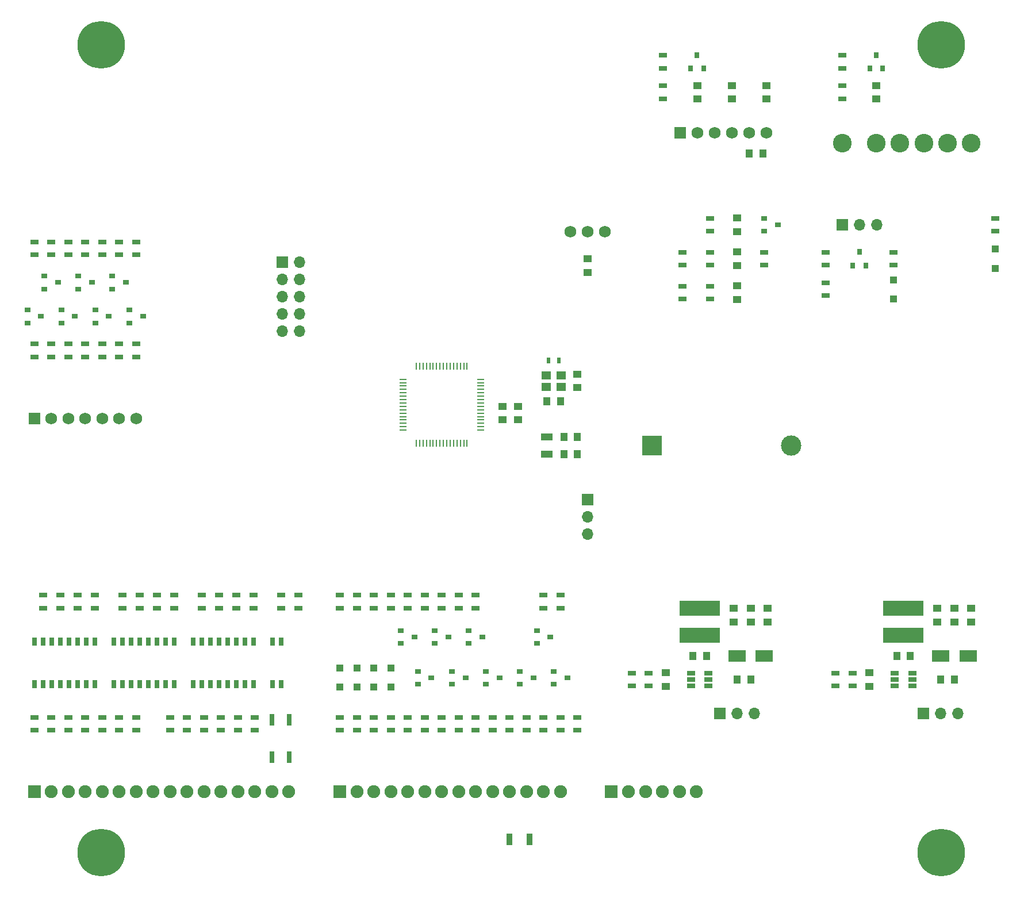
<source format=gts>
%TF.GenerationSoftware,KiCad,Pcbnew,(5.1.7)-1*%
%TF.CreationDate,2021-11-13T22:00:46+01:00*%
%TF.ProjectId,synthesizer-board,73796e74-6865-4736-997a-65722d626f61,rev?*%
%TF.SameCoordinates,Original*%
%TF.FileFunction,Soldermask,Top*%
%TF.FilePolarity,Negative*%
%FSLAX46Y46*%
G04 Gerber Fmt 4.6, Leading zero omitted, Abs format (unit mm)*
G04 Created by KiCad (PCBNEW (5.1.7)-1) date 2021-11-13 22:00:46*
%MOMM*%
%LPD*%
G01*
G04 APERTURE LIST*
%ADD10R,1.250000X1.000000*%
%ADD11R,1.300000X0.700000*%
%ADD12R,0.900000X0.800000*%
%ADD13R,0.900000X1.700000*%
%ADD14R,1.700000X1.700000*%
%ADD15O,1.700000X1.700000*%
%ADD16R,1.220000X0.650000*%
%ADD17R,5.900000X2.200000*%
%ADD18R,2.500000X1.800000*%
%ADD19R,1.000000X1.250000*%
%ADD20R,1.000000X0.250000*%
%ADD21R,0.250000X1.000000*%
%ADD22R,1.100000X1.100000*%
%ADD23R,1.750000X1.750000*%
%ADD24C,1.750000*%
%ADD25R,1.400000X1.200000*%
%ADD26R,0.500000X0.900000*%
%ADD27R,1.800000X1.000000*%
%ADD28C,3.000000*%
%ADD29R,3.000000X3.000000*%
%ADD30C,1.900000*%
%ADD31R,1.900000X1.900000*%
%ADD32R,0.800000X1.300000*%
%ADD33R,0.800000X1.750000*%
%ADD34C,2.750000*%
%ADD35R,0.800000X0.900000*%
%ADD36C,7.000000*%
G04 APERTURE END LIST*
D10*
X202000000Y-130500000D03*
X202000000Y-132500000D03*
X172000000Y-130500000D03*
X172000000Y-132500000D03*
D11*
X154000000Y-120950000D03*
X154000000Y-119050000D03*
D12*
X153000000Y-124250000D03*
X153000000Y-126150000D03*
X155000000Y-125200000D03*
D13*
X149000000Y-155000000D03*
X151900000Y-155000000D03*
D11*
X174500000Y-70450000D03*
X174500000Y-68550000D03*
X174500000Y-75450000D03*
X174500000Y-73550000D03*
D14*
X179960000Y-136500000D03*
D15*
X182500000Y-136500000D03*
X185040000Y-136500000D03*
D14*
X209960000Y-136500000D03*
D15*
X212500000Y-136500000D03*
X215040000Y-136500000D03*
D16*
X175690000Y-130550000D03*
X175690000Y-131500000D03*
X175690000Y-132450000D03*
X178310000Y-132450000D03*
X178310000Y-131500000D03*
X178310000Y-130550000D03*
D11*
X167000000Y-132450000D03*
X167000000Y-130550000D03*
X169500000Y-130550000D03*
X169500000Y-132450000D03*
D17*
X177000000Y-125000000D03*
X177000000Y-121000000D03*
D18*
X182500000Y-128000000D03*
X186500000Y-128000000D03*
D10*
X187000000Y-121000000D03*
X187000000Y-123000000D03*
X184500000Y-121000000D03*
X184500000Y-123000000D03*
X182000000Y-121000000D03*
X182000000Y-123000000D03*
D19*
X176000000Y-128000000D03*
X178000000Y-128000000D03*
X182500000Y-131500000D03*
X184500000Y-131500000D03*
D10*
X214500000Y-121000000D03*
X214500000Y-123000000D03*
X217000000Y-121000000D03*
X217000000Y-123000000D03*
D18*
X212500000Y-128000000D03*
X216500000Y-128000000D03*
D17*
X207000000Y-125000000D03*
X207000000Y-121000000D03*
D16*
X205690000Y-130550000D03*
X205690000Y-131500000D03*
X205690000Y-132450000D03*
X208310000Y-132450000D03*
X208310000Y-131500000D03*
X208310000Y-130550000D03*
D11*
X197000000Y-132450000D03*
X197000000Y-130550000D03*
X199500000Y-130550000D03*
X199500000Y-132450000D03*
D10*
X212000000Y-121000000D03*
X212000000Y-123000000D03*
D19*
X206000000Y-128000000D03*
X208000000Y-128000000D03*
X212500000Y-131500000D03*
X214500000Y-131500000D03*
D11*
X178500000Y-65450000D03*
X178500000Y-63550000D03*
X178500000Y-70450000D03*
X178500000Y-68550000D03*
X178500000Y-75450000D03*
X178500000Y-73550000D03*
D10*
X182500000Y-65500000D03*
X182500000Y-63500000D03*
X182500000Y-70500000D03*
X182500000Y-68500000D03*
X182500000Y-75500000D03*
X182500000Y-73500000D03*
X150250000Y-93250000D03*
X150250000Y-91250000D03*
X148000000Y-93250000D03*
X148000000Y-91250000D03*
D20*
X144700000Y-94750000D03*
X144700000Y-94250000D03*
X144700000Y-93750000D03*
X144700000Y-93250000D03*
X144700000Y-92750000D03*
X144700000Y-92250000D03*
X144700000Y-91750000D03*
X144700000Y-91250000D03*
X144700000Y-90750000D03*
X144700000Y-90250000D03*
X144700000Y-89750000D03*
X144700000Y-89250000D03*
X144700000Y-88750000D03*
X144700000Y-88250000D03*
X144700000Y-87750000D03*
X144700000Y-87250000D03*
D21*
X142750000Y-85300000D03*
X142250000Y-85300000D03*
X141750000Y-85300000D03*
X141250000Y-85300000D03*
X140750000Y-85300000D03*
X140250000Y-85300000D03*
X139750000Y-85300000D03*
X139250000Y-85300000D03*
X138750000Y-85300000D03*
X138250000Y-85300000D03*
X137750000Y-85300000D03*
X137250000Y-85300000D03*
X136750000Y-85300000D03*
X136250000Y-85300000D03*
X135750000Y-85300000D03*
X135250000Y-85300000D03*
D20*
X133300000Y-87250000D03*
X133300000Y-87750000D03*
X133300000Y-88250000D03*
X133300000Y-88750000D03*
X133300000Y-89250000D03*
X133300000Y-89750000D03*
X133300000Y-90250000D03*
X133300000Y-90750000D03*
X133300000Y-91250000D03*
X133300000Y-91750000D03*
X133300000Y-92250000D03*
X133300000Y-92750000D03*
X133300000Y-93250000D03*
X133300000Y-93750000D03*
X133300000Y-94250000D03*
X133300000Y-94750000D03*
D21*
X135250000Y-96700000D03*
X135750000Y-96700000D03*
X136250000Y-96700000D03*
X136750000Y-96700000D03*
X137250000Y-96700000D03*
X137750000Y-96700000D03*
X138250000Y-96700000D03*
X138750000Y-96700000D03*
X139250000Y-96700000D03*
X139750000Y-96700000D03*
X140250000Y-96700000D03*
X140750000Y-96700000D03*
X141250000Y-96700000D03*
X141750000Y-96700000D03*
X142250000Y-96700000D03*
X142750000Y-96700000D03*
D11*
X79000000Y-138950000D03*
X79000000Y-137050000D03*
X81500000Y-138950000D03*
X81500000Y-137050000D03*
X84000000Y-138950000D03*
X84000000Y-137050000D03*
X86500000Y-138950000D03*
X86500000Y-137050000D03*
X89000000Y-138950000D03*
X89000000Y-137050000D03*
X91500000Y-138950000D03*
X91500000Y-137050000D03*
X94000000Y-138950000D03*
X94000000Y-137050000D03*
X99000000Y-138950000D03*
X99000000Y-137050000D03*
X101500000Y-138950000D03*
X101500000Y-137050000D03*
X104000000Y-138950000D03*
X104000000Y-137050000D03*
X106500000Y-138950000D03*
X106500000Y-137050000D03*
X109000000Y-138950000D03*
X109000000Y-137050000D03*
X111500000Y-138950000D03*
X111500000Y-137050000D03*
X124000000Y-138950000D03*
X124000000Y-137050000D03*
X126500000Y-138950000D03*
X126500000Y-137050000D03*
X129000000Y-138950000D03*
X129000000Y-137050000D03*
X131500000Y-138950000D03*
X131500000Y-137050000D03*
X80280000Y-119050000D03*
X80280000Y-120950000D03*
X82810000Y-119050000D03*
X82810000Y-120950000D03*
X85360000Y-119050000D03*
X85360000Y-120950000D03*
X87900000Y-119050000D03*
X87900000Y-120950000D03*
X91980000Y-119050000D03*
X91980000Y-120950000D03*
X94510000Y-119050000D03*
X94510000Y-120950000D03*
X97060000Y-119050000D03*
X97060000Y-120950000D03*
X99600000Y-119050000D03*
X99600000Y-120950000D03*
X103680000Y-119050000D03*
X103680000Y-120950000D03*
X106210000Y-119050000D03*
X106210000Y-120950000D03*
X108760000Y-119050000D03*
X108760000Y-120950000D03*
X111300000Y-119050000D03*
X111300000Y-120950000D03*
X115400000Y-119050000D03*
X115400000Y-120950000D03*
X186500000Y-70450000D03*
X186500000Y-68550000D03*
X171610000Y-41450000D03*
X171610000Y-39550000D03*
X171610000Y-45950000D03*
X171610000Y-44050000D03*
X198000000Y-41450000D03*
X198000000Y-39550000D03*
X198000000Y-45950000D03*
X198000000Y-44050000D03*
X195500000Y-74950000D03*
X195500000Y-73050000D03*
X195500000Y-70450000D03*
X195500000Y-68550000D03*
X134000000Y-120950000D03*
X134000000Y-119050000D03*
X136500000Y-120950000D03*
X136500000Y-119050000D03*
X141500000Y-120950000D03*
X141500000Y-119050000D03*
X139000000Y-120950000D03*
X139000000Y-119050000D03*
X144000000Y-120950000D03*
X144000000Y-119050000D03*
X136500000Y-138950000D03*
X136500000Y-137050000D03*
X134000000Y-138950000D03*
X134000000Y-137050000D03*
X141500000Y-138950000D03*
X141500000Y-137050000D03*
X139000000Y-138950000D03*
X139000000Y-137050000D03*
X144000000Y-138950000D03*
X144000000Y-137050000D03*
X124000000Y-120950000D03*
X124000000Y-119050000D03*
X126500000Y-120950000D03*
X126500000Y-119050000D03*
X129000000Y-120950000D03*
X129000000Y-119050000D03*
X131500000Y-120950000D03*
X131500000Y-119050000D03*
X151500000Y-137050000D03*
X151500000Y-138950000D03*
X154000000Y-138950000D03*
X154000000Y-137050000D03*
X146500000Y-137050000D03*
X146500000Y-138950000D03*
X149000000Y-138950000D03*
X149000000Y-137050000D03*
X159000000Y-138950000D03*
X159000000Y-137050000D03*
X156500000Y-138950000D03*
X156500000Y-137050000D03*
X156500000Y-120950000D03*
X156500000Y-119050000D03*
X205500000Y-70450000D03*
X205500000Y-68550000D03*
X117900000Y-120950000D03*
X117900000Y-119050000D03*
X79000000Y-68950000D03*
X79000000Y-67050000D03*
X81500000Y-68950000D03*
X81500000Y-67050000D03*
X84000000Y-68950000D03*
X84000000Y-67050000D03*
X79000000Y-83950000D03*
X79000000Y-82050000D03*
X81500000Y-83950000D03*
X81500000Y-82050000D03*
X84000000Y-83950000D03*
X84000000Y-82050000D03*
X86500000Y-68950000D03*
X86500000Y-67050000D03*
X89000000Y-68950000D03*
X89000000Y-67050000D03*
X91500000Y-68950000D03*
X91500000Y-67050000D03*
X94000000Y-68950000D03*
X94000000Y-67050000D03*
X86500000Y-83950000D03*
X86500000Y-82050000D03*
X89000000Y-83950000D03*
X89000000Y-82050000D03*
X91500000Y-83950000D03*
X91500000Y-82050000D03*
X94000000Y-83950000D03*
X94000000Y-82050000D03*
X220500000Y-63550000D03*
X220500000Y-65450000D03*
D22*
X220500000Y-70900000D03*
X220500000Y-68100000D03*
D12*
X93000000Y-77050000D03*
X93000000Y-78950000D03*
X95000000Y-78000000D03*
X90500000Y-72050000D03*
X90500000Y-73950000D03*
X92500000Y-73000000D03*
X88000000Y-77050000D03*
X88000000Y-78950000D03*
X90000000Y-78000000D03*
X85500000Y-72050000D03*
X85500000Y-73950000D03*
X87500000Y-73000000D03*
X83000000Y-77050000D03*
X83000000Y-78950000D03*
X85000000Y-78000000D03*
X80500000Y-72050000D03*
X80500000Y-73950000D03*
X82500000Y-73000000D03*
X78000000Y-77050000D03*
X78000000Y-78950000D03*
X80000000Y-78000000D03*
D23*
X79000000Y-93000000D03*
D24*
X81500000Y-93000000D03*
X84000000Y-93000000D03*
X86500000Y-93000000D03*
X89000000Y-93000000D03*
X91500000Y-93000000D03*
X94000000Y-93000000D03*
D22*
X124000000Y-129800000D03*
X124000000Y-132600000D03*
D25*
X154400000Y-88350000D03*
X156600000Y-88350000D03*
X156600000Y-86650000D03*
X154400000Y-86650000D03*
D26*
X156250000Y-84500000D03*
X154750000Y-84500000D03*
D10*
X159000000Y-86500000D03*
X159000000Y-88500000D03*
D19*
X156500000Y-90500000D03*
X154500000Y-90500000D03*
D27*
X154500000Y-98250000D03*
X154500000Y-95750000D03*
D19*
X159000000Y-95750000D03*
X157000000Y-95750000D03*
X159000000Y-98250000D03*
X157000000Y-98250000D03*
D28*
X190490000Y-97000000D03*
D29*
X170000000Y-97000000D03*
D30*
X176500000Y-148000000D03*
X174000000Y-148000000D03*
X171500000Y-148000000D03*
X169000000Y-148000000D03*
X166500000Y-148000000D03*
D31*
X164000000Y-148000000D03*
D30*
X156500000Y-148000000D03*
X154000000Y-148000000D03*
X151500000Y-148000000D03*
X149000000Y-148000000D03*
X146500000Y-148000000D03*
X144000000Y-148000000D03*
X141500000Y-148000000D03*
X139000000Y-148000000D03*
X136500000Y-148000000D03*
X134000000Y-148000000D03*
X131500000Y-148000000D03*
X129000000Y-148000000D03*
X126500000Y-148000000D03*
D31*
X124000000Y-148000000D03*
D30*
X116500000Y-148000000D03*
X114000000Y-148000000D03*
X111500000Y-148000000D03*
X109000000Y-148000000D03*
X106500000Y-148000000D03*
X104000000Y-148000000D03*
X101500000Y-148000000D03*
X99000000Y-148000000D03*
X96500000Y-148000000D03*
X94000000Y-148000000D03*
X91500000Y-148000000D03*
X89000000Y-148000000D03*
X86500000Y-148000000D03*
X84000000Y-148000000D03*
X81500000Y-148000000D03*
D31*
X79000000Y-148000000D03*
D10*
X160500000Y-69500000D03*
X160500000Y-71500000D03*
D22*
X131500000Y-129800000D03*
X131500000Y-132600000D03*
X129000000Y-129800000D03*
X129000000Y-132600000D03*
X126500000Y-129800000D03*
X126500000Y-132600000D03*
D32*
X111300000Y-125850000D03*
X110020000Y-125850000D03*
X108760000Y-125850000D03*
X107490000Y-125850000D03*
X106210000Y-125850000D03*
X104940000Y-125850000D03*
X103680000Y-125850000D03*
X102400000Y-125850000D03*
X102400000Y-132150000D03*
X103680000Y-132150000D03*
X104940000Y-132150000D03*
X106210000Y-132150000D03*
X107490000Y-132150000D03*
X108760000Y-132150000D03*
X110020000Y-132150000D03*
X111300000Y-132150000D03*
D33*
X116520000Y-137430000D03*
X113980000Y-137430000D03*
X113980000Y-142930000D03*
X116520000Y-142930000D03*
D24*
X157960000Y-65500000D03*
X160500000Y-65500000D03*
X163040000Y-65500000D03*
D14*
X197960000Y-64500000D03*
D15*
X200500000Y-64500000D03*
X203040000Y-64500000D03*
D22*
X205500000Y-72600000D03*
X205500000Y-75400000D03*
D12*
X155500000Y-130250000D03*
X155500000Y-132150000D03*
X157500000Y-131200000D03*
D14*
X160500000Y-104960000D03*
D15*
X160500000Y-107500000D03*
X160500000Y-110040000D03*
D12*
X145500000Y-130250000D03*
X145500000Y-132150000D03*
X147500000Y-131200000D03*
X150500000Y-130250000D03*
X150500000Y-132150000D03*
X152500000Y-131200000D03*
D14*
X115500000Y-70000000D03*
D15*
X118040000Y-70000000D03*
X115500000Y-72540000D03*
X118040000Y-72540000D03*
X115500000Y-75080000D03*
X118040000Y-75080000D03*
X115500000Y-77620000D03*
X118040000Y-77620000D03*
X115500000Y-80160000D03*
X118040000Y-80160000D03*
D12*
X143000000Y-124250000D03*
X143000000Y-126150000D03*
X145000000Y-125200000D03*
X138000000Y-124250000D03*
X138000000Y-126150000D03*
X140000000Y-125200000D03*
X140500000Y-130250000D03*
X140500000Y-132150000D03*
X142500000Y-131200000D03*
X135500000Y-130250000D03*
X135500000Y-132150000D03*
X137500000Y-131200000D03*
X133000000Y-124250000D03*
X133000000Y-126150000D03*
X135000000Y-125200000D03*
D34*
X217000000Y-52500000D03*
X213500000Y-52500000D03*
X210000000Y-52500000D03*
X206500000Y-52500000D03*
X203000000Y-52500000D03*
X198000000Y-52500000D03*
D35*
X199550000Y-70500000D03*
X201450000Y-70500000D03*
X200500000Y-68500000D03*
X202050000Y-41500000D03*
X203950000Y-41500000D03*
X203000000Y-39500000D03*
X175660000Y-41500000D03*
X177560000Y-41500000D03*
X176610000Y-39500000D03*
D12*
X186500000Y-63550000D03*
X186500000Y-65450000D03*
X188500000Y-64500000D03*
D10*
X176690000Y-46000000D03*
X176690000Y-44000000D03*
X181770000Y-46000000D03*
X181770000Y-44000000D03*
X186850000Y-46000000D03*
X186850000Y-44000000D03*
D19*
X186310000Y-54000000D03*
X184310000Y-54000000D03*
D10*
X203000000Y-46000000D03*
X203000000Y-44000000D03*
D32*
X115400000Y-125850000D03*
X114120000Y-125850000D03*
X114120000Y-132150000D03*
X115400000Y-132150000D03*
X99600000Y-125850000D03*
X98320000Y-125850000D03*
X97060000Y-125850000D03*
X95790000Y-125850000D03*
X94510000Y-125850000D03*
X93240000Y-125850000D03*
X91980000Y-125850000D03*
X90700000Y-125850000D03*
X90700000Y-132150000D03*
X91980000Y-132150000D03*
X93240000Y-132150000D03*
X94510000Y-132150000D03*
X95790000Y-132150000D03*
X97060000Y-132150000D03*
X98320000Y-132150000D03*
X99600000Y-132150000D03*
X87900000Y-125850000D03*
X86620000Y-125850000D03*
X85360000Y-125850000D03*
X84090000Y-125850000D03*
X82810000Y-125850000D03*
X81540000Y-125850000D03*
X80280000Y-125850000D03*
X79000000Y-125850000D03*
X79000000Y-132150000D03*
X80280000Y-132150000D03*
X81540000Y-132150000D03*
X82810000Y-132150000D03*
X84090000Y-132150000D03*
X85360000Y-132150000D03*
X86620000Y-132150000D03*
X87900000Y-132150000D03*
D36*
X212600000Y-38000000D03*
X212600000Y-157000000D03*
X88900000Y-157000000D03*
X88900000Y-38000000D03*
D23*
X174150000Y-51000000D03*
D24*
X176690000Y-51000000D03*
X179230000Y-51000000D03*
X181770000Y-51000000D03*
X184310000Y-51000000D03*
X186850000Y-51000000D03*
M02*

</source>
